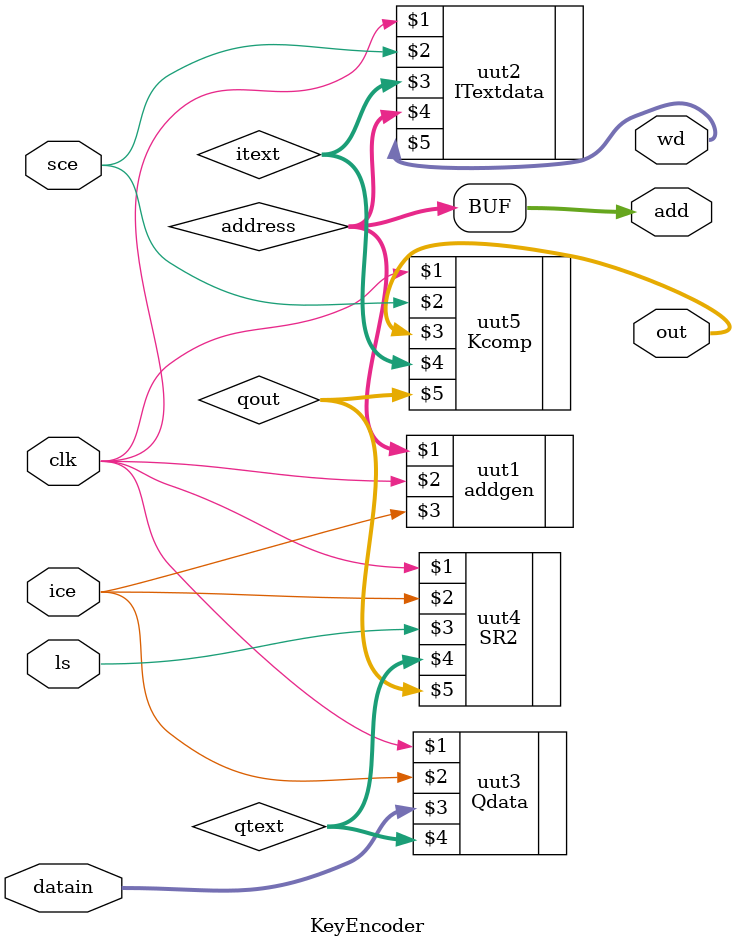
<source format=v>
module KeyEncoder(wd, clk, ice, sce, ls, datain, add, out);
output           [79:0]wd;
input                 clk;
input            ice, sce;
input                  ls;
input      [7:0]   datain;
output      [7:0]     add;
output           [7:0]out;
wire           [7:0]itext;
wire           [7:0]qtext;
wire           [63:0]qout;
wire         [7:0]address;
assign add = address;
addgen                                      uut1(address, clk, ice);
ITextdata                        uut2(clk, sce, itext, address, wd);
Qdata                                 uut3(clk, ice, datain, qtext);
SR2                                 uut4(clk, ice, ls, qtext, qout);
Kcomp                              uut5(clk, sce, out, itext, qout);
endmodule

</source>
